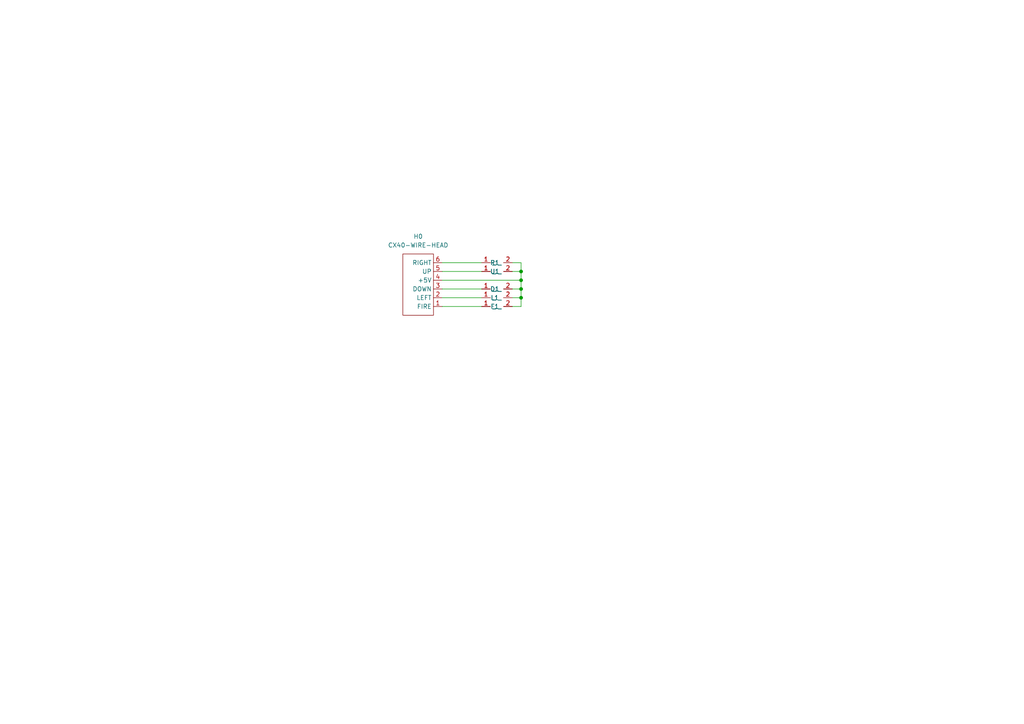
<source format=kicad_sch>
(kicad_sch (version 20211123) (generator eeschema)
  (paper "A4")
  (lib_symbols
    (symbol "CX40:Button"
      (property "Reference" "B" (at 0 0 0))
      (property "Value" "Button" (at -1.27 -1.27 0))
      (symbol "Button_1_1"
        (pin passive line (at -3.81 -2.54 0) (length 2.54) (name "_") (number "1"))
        (pin passive line (at 5.08 -2.54 180) (length 2.54) (name "_") (number "2"))
      )
    )
    (symbol "CX40:CX40-WIRE-HEAD"
      (property "Reference" "H" (at 0 0 0))
      (property "Value" "CX40-WIRE-HEAD" (at 0 6.35 0))
      (symbol "CX40-WIRE-HEAD_0_1"
        (rectangle (start -8.89 7.62) (end 8.89 -1.27))
      )
      (symbol "CX40-WIRE-HEAD_1_1"
        (pin passive line (at -6.35 -3.81 90) (length 2.54) (name "FIRE") (number "1"))
        (pin passive line (at -3.81 -3.81 90) (length 2.54) (name "LEFT") (number "2"))
        (pin passive line (at -1.27 -3.81 90) (length 2.54) (name "DOWN") (number "3"))
        (pin power_in line (at 1.27 -3.81 90) (length 2.54) (name "+5V") (number "4"))
        (pin passive line (at 3.81 -3.81 90) (length 2.54) (name "UP") (number "5"))
        (pin passive line (at 6.35 -3.81 90) (length 2.54) (name "RIGHT") (number "6"))
      )
    )
  )
  (junction (at 151.13 78.74))
  (junction (at 151.13 81.28))
  (junction (at 151.13 86.36))
  (junction (at 151.13 83.82))
  (wire (pts (xy 128.27 78.74) (xy 139.7 78.74)))
  (wire (pts (xy 151.13 76.2) (xy 151.13 78.74)))
  (wire (pts (xy 128.27 83.82) (xy 139.7 83.82)))
  (wire (pts (xy 151.13 78.74) (xy 151.13 81.28)))
  (wire (pts (xy 128.27 76.2) (xy 139.7 76.2)))
  (wire (pts (xy 148.59 88.9) (xy 151.13 88.9)))
  (wire (pts (xy 151.13 81.28) (xy 151.13 83.82)))
  (wire (pts (xy 148.59 76.2) (xy 151.13 76.2)))
  (wire (pts (xy 151.13 86.36) (xy 151.13 88.9)))
  (wire (pts (xy 148.59 78.74) (xy 151.13 78.74)))
  (wire (pts (xy 148.59 86.36) (xy 151.13 86.36)))
  (wire (pts (xy 128.27 86.36) (xy 139.7 86.36)))
  (wire (pts (xy 151.13 83.82) (xy 151.13 86.36)))
  (wire (pts (xy 148.59 83.82) (xy 151.13 83.82)))
  (wire (pts (xy 128.27 88.9) (xy 139.7 88.9)))
  (wire (pts (xy 128.27 81.28) (xy 151.13 81.28)))
  (symbol (lib_id "CX40:CX40-WIRE-HEAD") (at 124.46 82.55 90) (unit 1)
    (property "Reference" "H0" (at 121.285 68.58 90))
    (property "Value" "CX40-WIRE-HEAD" (at 121.285 71.12 90))
    (property "Footprint" "CX40:CableBreakout" (effects hide))
  )
  (symbol (lib_id "CX40:Button") (at 143.51 83.82 0) (unit 1)
    (property "Reference" "L1" (at 143.51 86.36 0))
    (property "Value" "Button" (effects hide))
    (property "Footprint" "CX40:Button" (effects hide))
  )
  (symbol (lib_id "CX40:Button") (at 143.51 73.66 0) (unit 1)
    (property "Reference" "R1" (at 143.51 76.2 0))
    (property "Value" "Button" (effects hide))
    (property "Footprint" "CX40:Button" (effects hide))
  )
  (symbol (lib_id "CX40:Button") (at 143.51 81.28 0) (unit 1)
    (property "Reference" "D1" (at 143.51 83.82 0))
    (property "Value" "Button" (effects hide))
    (property "Footprint" "CX40:Button" (effects hide))
  )
  (symbol (lib_id "CX40:Button") (at 143.51 76.2 0) (unit 1)
    (property "Reference" "U1" (at 143.51 78.74 0))
    (property "Value" "Button" (effects hide))
    (property "Footprint" "CX40:Button" (effects hide))
  )
  (symbol (lib_id "CX40:Button") (at 143.51 86.36 0) (unit 1)
    (property "Reference" "F1" (at 143.51 88.9 0))
    (property "Value" "Button" (effects hide))
    (property "Footprint" "CX40:Button" (effects hide))
  )
)
</source>
